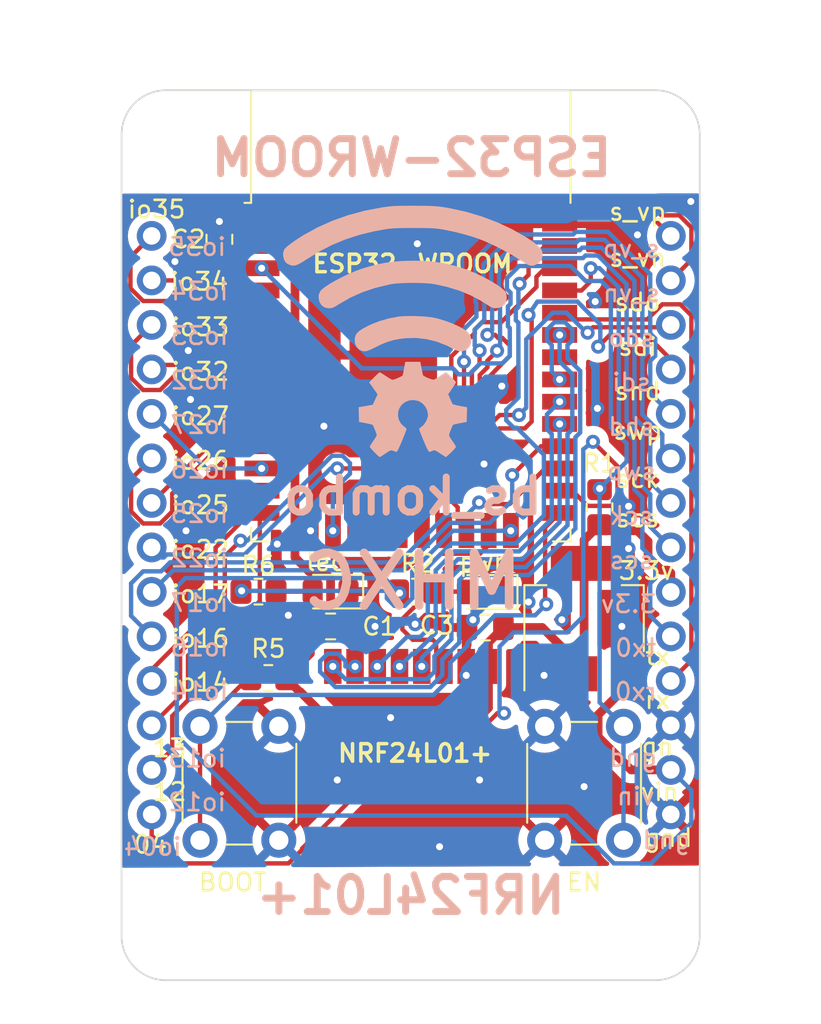
<source format=kicad_pcb>
(kicad_pcb (version 20221018) (generator pcbnew)
  (layers (0 "F.Cu" signal) (31 "B.Cu" signal) (34 "B.Paste" user) (35 "F.Paste" user) (36 "B.SilkS" user "B.Silkscreen") (37 "F.SilkS" user "F.Silkscreen") (38 "B.Mask" user) (39 "F.Mask" user) (44 "Edge.Cuts" user))
  (net 0 "")
  (net 1 "+3.3V")
  (net 2 "Net-(D2-A)")
  (net 3 "Net-(J1-Pin_2)")
  (net 4 "Net-(J2-Pin_1)")
  (net 5 "Net-(J2-Pin_2)")
  (net 6 "Net-(J2-Pin_3)")
  (net 7 "Net-(J2-Pin_4)")
  (net 8 "Net-(J2-Pin_5)")
  (net 9 "Net-(J2-Pin_6)")
  (net 10 "Net-(J2-Pin_7)")
  (net 11 "Net-(J2-Pin_8)")
  (net 12 "Net-(J3-Pin_2)")
  (net 13 "Net-(J3-Pin_3)")
  (net 14 "Net-(J4-Pin_1)")
  (net 15 "Net-(J4-Pin_2)")
  (net 16 "Net-(J4-Pin_3)")
  (net 17 "Net-(J4-Pin_4)")
  (net 18 "Net-(J4-Pin_5)")
  (net 19 "Net-(J4-Pin_6)")
  (net 20 "Net-(J4-Pin_7)")
  (net 21 "Net-(J4-Pin_8)")
  (net 22 "Net-(J4-Pin_9)")
  (net 23 "Net-(J4-Pin_10)")
  (net 24 "Net-(J4-Pin_11)")
  (net 25 "Net-(J4-Pin_12)")
  (net 26 "Net-(J4-Pin_13)")
  (net 27 "Net-(J4-Pin_14)")
  (net 28 "Net-(SW1A-D)")
  (net 29 "Net-(SW2A-D)")
  (net 30 "GND")
  (net 31 "Net-(D1-A)")
  (net 32 "Net-(U2-IO2)")
  (net 33 "Net-(U2-IO23)")
  (net 34 "Net-(U2-IO21)")
  (net 36 "Net-(U2-IO19)")
  (net 37 "Net-(U2-IO18)")
  (net 38 "Net-(U2-IO5)")
  (net 39 "Net-(U2-IO15)")
  (footprint "Capacitor_SMD:C_0805_2012Metric_Pad1.18x1.45mm_HandSolder" (layer "F.Cu") (at 127.45 86.548 180)
    (fp_text reference "C3")
    (fp_text value "10u")
  )
  (footprint "MountingHole:MountingHole_3.2mm_M3" (layer "F.Cu") (at 109.22 104.14)
    (fp_text reference "REF**" hide)
    (fp_text value "MountingHole_3.2mm_M3")
  )
  (footprint "Button_Switch_THT:SW_PUSH_6mm_H4.3mm" (layer "F.Cu") (at 130.846 98.688 90)
    (fp_text reference "SW1" hide)
    (fp_text value "SW_Push_Dual_x2")
  )
  (footprint "LED_SMD:LED_0805_2012Metric_Pad1.15x1.40mm_HandSolder" (layer "F.Cu") (at 118.618 84.5 180)
    (fp_text reference "D2" hide)
    (fp_text value "LED")
  )
  (footprint "mysensors_radios:NRF24L01-SMD" (layer "F.Cu") (at 123.19 97.47 180)
    (fp_text reference "U3" hide)
    (fp_text value "NRF24L01_Breakout")
  )
  (footprint "Connector_PinHeader_2.54mm:PinHeader_1x02_P2.54mm_Vertical" (layer "F.Cu") (at 138.049 97.216 180)
    (fp_text reference "J1" hide)
    (fp_text value "Conn_01x02" hide)
  )
  (footprint "Connector_PinHeader_2.54mm:PinHeader_1x04_P2.54mm_Vertical" (layer "F.Cu") (at 138.049 92.136 180)
    (fp_text reference "J3" hide)
    (fp_text value "Conn_01x04" hide)
  )
  (footprint "Package_TO_SOT_SMD:SOT-223-3_TabPin2" (layer "F.Cu") (at 133.096 86.04 90)
    (fp_text reference "U1" hide)
    (fp_text value "AMS1117-3.3")
  )
  (footprint "Resistor_SMD:R_0805_2012Metric_Pad1.20x1.40mm_HandSolder" (layer "F.Cu") (at 114.5 84.5)
    (fp_text reference "R6")
    (fp_text value "620")
  )
  (footprint "Resistor_SMD:R_0805_2012Metric_Pad1.20x1.40mm_HandSolder" (layer "F.Cu") (at 123.5 84.5)
    (fp_text reference "R2")
    (fp_text value "620")
  )
  (footprint "Capacitor_SMD:C_0805_2012Metric_Pad1.18x1.45mm_HandSolder" (layer "F.Cu") (at 118.618 86.487)
    (fp_text reference "C1")
    (fp_text value "100n")
  )
  (footprint "MountingHole:MountingHole_3.2mm_M3" (layer "F.Cu") (at 137.16 104.14)
    (fp_text reference "REF**" hide)
    (fp_text value "MountingHole_3.2mm_M3")
  )
  (footprint "Capacitor_SMD:C_0805_2012Metric_Pad1.18x1.45mm_HandSolder" (layer "F.Cu") (at 112.268 64.389 90)
    (fp_text reference "C2")
    (fp_text value "10u")
  )
  (footprint "Connector_PinHeader_2.54mm:PinHeader_1x08_P2.54mm_Vertical" (layer "F.Cu") (at 138.049 81.976 180)
    (fp_text reference "J2" hide)
    (fp_text value "Conn_01x08" hide)
  )
  (footprint "RF_Module:ESP32-WROOM-32" (layer "F.Cu") (at 123.199 71.755)
    (fp_text reference "U2" hide)
    (fp_text value "ESP32-WROOM-32" hide)
  )
  (footprint "Connector_PinHeader_2.54mm:PinHeader_1x14_P2.54mm_Vertical" (layer "F.Cu") (at 108.4 97.216 180)
    (fp_text reference "J4" hide)
    (fp_text value "Conn_01x14" hide)
  )
  (footprint "MountingHole:MountingHole_3.2mm_M3" (layer "F.Cu") (at 137.16 58.42)
    (fp_text reference "REF**" hide)
    (fp_text value "MountingHole_3.2mm_M3")
  )
  (footprint "LED_SMD:LED_0805_2012Metric_Pad1.15x1.40mm_HandSolder" (layer "F.Cu") (at 127.43 84.516 180)
    (fp_text reference "D1" hide)
    (fp_text value "LED")
  )
  (footprint "MountingHole:MountingHole_3.2mm_M3" (layer "F.Cu") (at 109.22 58.42)
    (fp_text reference "REF**" hide)
    (fp_text value "MountingHole_3.2mm_M3")
  )
  (footprint "Resistor_SMD:R_0805_2012Metric_Pad1.20x1.40mm_HandSolder" (layer "F.Cu") (at 115.062 89.43)
    (fp_text reference "R5")
    (fp_text value "10К")
  )
  (footprint "Resistor_SMD:R_0805_2012Metric_Pad1.20x1.40mm_HandSolder" (layer "F.Cu") (at 133.98 79.68 -90)
    (fp_text reference "R1")
    (fp_text value "10К")
  )
  (footprint "Button_Switch_THT:SW_PUSH_6mm_H4.3mm" (layer "F.Cu") (at 115.661 92.188 -90)
    (fp_text reference "SW2" hide)
    (fp_text value "SW_Push_Dual_x2")
  )
  (footprint "LOGO" (layer "B.Cu") (at 123.317 69.596 180)
    (fp_text reference "G***" hide)
    (fp_text value "LOGO" hide)
  )
  (gr_line (start 137.16 106.68) (end 109.22 106.68) (stroke (width 0.1)) (layer "Edge.Cuts"))
  (gr_arc (start 109.22 106.68) (mid 107.423949 105.936051) (end 106.68 104.14) (stroke (width 0.1)) (layer "Edge.Cuts"))
  (gr_line (start 109.22 55.88) (end 137.16 55.88) (stroke (width 0.1)) (layer "Edge.Cuts"))
  (gr_arc (start 137.16 55.88) (mid 138.956051 56.623949) (end 139.7 58.42) (stroke (width 0.1)) (layer "Edge.Cuts"))
  (gr_arc (start 139.7 104.14) (mid 138.956051 105.936051) (end 137.16 106.68) (stroke (width 0.1)) (layer "Edge.Cuts"))
  (gr_line (start 106.68 104.14) (end 106.68 58.42) (stroke (width 0.1)) (layer "Edge.Cuts"))
  (gr_arc (start 106.68 58.42) (mid 107.423949 56.623949) (end 109.22 55.88) (stroke (width 0.1)) (layer "Edge.Cuts"))
  (gr_line (start 139.7 58.42) (end 139.7 104.14) (stroke (width 0.1)) (layer "Edge.Cuts"))
  (gr_text "sdo" (at 135.795 70.009) (layer "B.SilkS") (effects (font (size 1 1)) (justify mirror)))
  (gr_text "io13" (at 110.998 94.02) (layer "B.SilkS") (effects (font (size 1 1)) (justify mirror)))
  (gr_text "io25" (at 111.125 80.06) (layer "B.SilkS") (effects (font (size 1 1)) (justify mirror)))
  (gr_text "NRF24L01+" (at 123.19 101.854) (layer "B.SilkS") (effects (font (size 2 2) (thickness 0.4)) (justify mirror)))
  (gr_text "tx0" (at 136.045 87.709) (layer "B.SilkS") (effects (font (size 1 1)) (justify mirror)))
  (gr_text "gnd" (at 137.795 98.679) (layer "B.SilkS") (effects (font (size 1 1)) (justify mirror)))
  (gr_text "scs" (at 135.795 82.709) (layer "B.SilkS") (effects (font (size 1 1)) (justify mirror)))
  (gr_text "MHXC" (at 123.317 83.93) (layer "B.SilkS") (effects (font (size 3 3) (thickness 0.5)) (justify mirror)))
  (gr_text "bs_kombo" (at 123.317 79.055) (layer "B.SilkS") (effects (font (size 2 2) (thickness 0.4)) (justify mirror)))
  (gr_text "sck" (at 135.795 80.169) (layer "B.SilkS") (effects (font (size 1 1)) (justify mirror)))
  (gr_text "sdi" (at 135.795 72.549) (layer "B.SilkS") (effects (font (size 1 1)) (justify mirror)))
  (gr_text "io34" (at 111.125 67.36) (layer "B.SilkS") (effects (font (size 1 1)) (justify mirror)))
  (gr_text "io16" (at 111.125 87.68) (layer "B.SilkS") (effects (font (size 1 1)) (justify mirror)))
  (gr_text "rx0" (at 136.045 90.209) (layer "B.SilkS") (effects (font (size 1 1)) (justify mirror)))
  (gr_text "s_vn" (at 135.795 67.469) (layer "B.SilkS") (effects (font (size 1 1)) (justify mirror)))
  (gr_text "ESP32-WROOM" (at 123.2408 59.7408) (layer "B.SilkS") (effects (font (size 2 2) (thickness 0.4)) (justify mirror)))
  (gr_text "shd" (at 135.795 75.089) (layer "B.SilkS") (effects (font (size 1 1)) (justify mirror)))
  (gr_text "io32" (at 111.125 72.44) (layer "B.SilkS") (effects (font (size 1 1)) (justify mirror)))
  (gr_text "vin" (at 136.045 96.179) (layer "B.SilkS") (effects (font (size 1 1)) (justify mirror)))
  (gr_text "io26" (at 111.125 77.52) (layer "B.SilkS") (effects (font (size 1 1)) (justify mirror)))
  (gr_text "io04" (at 108.458 99.06) (layer "B.SilkS") (effects (font (size 1 1)) (justify mirror)))
  (gr_text "io22" (at 111.125 82.6) (layer "B.SilkS") (effects (font (size 1 1)) (justify mirror)))
  (gr_text "io35" (at 110.998 64.82) (layer "B.SilkS") (effects (font (size 1 1)) (justify mirror)))
  (gr_text "io33" (at 111.125 69.9) (layer "B.SilkS") (effects (font (size 1 1)) (justify mirror)))
  (gr_text "swp" (at 135.795 77.629) (layer "B.SilkS") (effects (font (size 1 1)) (justify mirror)))
  (gr_text "io14" (at 111.125 90.18) (layer "B.SilkS") (effects (font (size 1 1)) (justify mirror)))
  (gr_text "io17" (at 111.125 85.14) (layer "B.SilkS") (effects (font (size 1 1)) (justify mirror)))
  (gr_text "io27" (at 111.125 74.98) (layer "B.SilkS") (effects (font (size 1 1)) (justify mirror)))
  (gr_text "s_vp" (at 135.795 64.929) (layer "B.SilkS") (effects (font (size 1 1)) (justify mirror)))
  (gr_text "gnd" (at 135.89 93.98) (layer "B.SilkS") (effects (font (size 1 1)) (justify mirror)))
  (gr_text "io12" (at 110.998 96.52) (layer "B.SilkS") (effects (font (size 1 1)) (justify mirror)))
  (gr_text "3.3v" (at 135.636 85.209) (layer "B.SilkS") (effects (font (size 1 1)) (justify mirror)))
  (gr_text "gnd" (at 137.922 98.552) (layer "F.SilkS") (effects (font (size 1 1))))
  (gr_text "rx" (at 137.287 90.678) (layer "F.SilkS") (effects (font (size 1 1))))
  (gr_text "tx" (at 137.287 88.18) (layer "F.SilkS") (effects (font (size 1 1))))
  (gr_text "sdo" (at 136.152 67.982) (layer "F.SilkS") (effects (font (size 1 1))))
  (gr_text "io16" (at 111.18 87.18) (layer "F.SilkS") (effects (font (size 1 1))))
  (gr_text "io35" (at 108.68 62.68) (layer "F.SilkS") (effects (font (size 1 1))))
  (gr_text "ESP32-WROOM" (at 123.2916 65.786) (layer "F.SilkS") (effects (font (size 1 1) (thickness 0.2) bold)))
  (gr_text "sdi" (at 136.152 70.522) (layer "F.SilkS") (effects (font (size 1 1))))
  (gr_text "s_vp" (at 136.152 62.812) (layer "F.SilkS") (effects (font (size 1 1))))
  (gr_text "scs" (at 136.152 80.312) (layer "F.SilkS") (effects (font (size 1 1))))
  (gr_text "io32" (at 111.18 71.94) (layer "F.SilkS") (effects (font (size 1 1))))
  (gr_text "io33" (at 111.18 69.4) (layer "F.SilkS") (effects (font (size 1 1))))
  (gr_text "io22" (at 111.18 82.1) (layer "F.SilkS") (effects (font (size 1 1))))
  (gr_text "04" (at 108.331 98.933) (layer "F.SilkS") (effects (font (size 1 1))))
  (gr_text "3.3v" (at 136.652 83.312) (layer "F.SilkS") (effects (font (size 1 1))))
  (gr_text "NRF24L01+" (at 123.444 93.726) (layer "F.SilkS") (effects (font (size 1 1) (thickness 0.2) bold)))
  (gr_text "BOOT" (at 113.03 101.092) (layer "F.SilkS") (effects (font (size 1 1))))
  (gr_text "io26" (at 111.18 77.02) (layer "F.SilkS") (effects (font (size 1 1))))
  (gr_text "pwr" (at 127.254 82.804) (layer "F.SilkS") (effects (font (size 1 1))))
  (gr_text "vin" (at 137.414 95.93) (layer "F.SilkS") (effects (font (size 1 1))))
  (gr_text "sck" (at 136.152 78.062) (layer "F.SilkS") (effects (font (size 1 1))))
  (gr_text "io25" (at 111.18 79.56) (layer "F.SilkS") (effects (font (size 1 1))))
  (gr_text "s_vn" (at 136.152 65.442) (layer "F.SilkS") (effects (font (size 1 1))))
  (gr_text "io14" (at 111.18 89.68) (layer "F.SilkS") (effects (font (size 1 1))))
  (gr_text "EN" (at 133.096 101.092) (layer "F.SilkS") (effects (font (size 1 1))))
  (gr_text "swp" (at 136.152 75.312) (layer "F.SilkS") (effects (font (size 1 1))))
  (gr_text "io34" (at 111.125 66.802) (layer "F.SilkS") (effects (font (size 1 1))))
  (gr_text "io17" (at 111.18 84.64) (layer "F.SilkS") (effects (font (size 1 1))))
  (gr_text "io27" (at 111.18 74.48) (layer "F.SilkS") (effects (font (size 1 1))))
  (gr_text "shd" (at 136.152 73.062) (layer "F.SilkS") (effects (font (size 1 1))))
  (gr_text "led" (at 118.364 82.804) (layer "F.SilkS") (effects (font (size 1 1))))
  (gr_text "13" (at 109.43 93.43) (layer "F.SilkS") (effects (font (size 1 1))))
  (gr_text "12" (at 109.43 95.93) (layer "F.SilkS") (effects (font (size 1 1))))
  (gr_text "gn" (at 137.287 93.345) (layer "F.SilkS") (effects (font (size 1 1))))
  (segment (start 128.4875 86.548) (end 130.704 86.548) (width 0.5) (layer "F.Cu") (net 1))
  (segment (start 117.4625 86.5) (end 117.4625 88.0295) (width 0.5) (layer "F.Cu") (net 1))
  (segment (start 136.749 82.514478) (end 136.749 81.631) (width 0.5) (layer "F.Cu") (net 1))
  (segment (start 136.749 81.631) (end 136.144 81.026) (width 0.5) (layer "F.Cu") (net 1))
  (segment (start 112.9245 64.77) (end 112.268 65.4265) (width 0.5) (layer "F.Cu") (net 1))
  (segment (start 133.096 89.19) (end 133.096 82.89) (width 0.5) (layer "F.Cu") (net 1))
  (segment (start 116.89 90.22) (end 119.38 92.71) (width 0.5) (layer "F.Cu") (net 1))
  (segment (start 127.635 87.4005) (end 128.4875 86.548) (width 0.5) (layer "F.Cu") (net 1))
  (segment (start 137.886 83.276) (end 137.510522 83.276) (width 0.5) (layer "F.Cu") (net 1))
  (segment (start 136.144 81.026) (end 134.326 81.026) (width 0.5) (layer "F.Cu") (net 1))
  (segment (start 133.096 81.564) (end 133.98 80.68) (width 0.5) (layer "F.Cu") (net 1))
  (segment (start 118.618 85.4495) (end 117.5805 86.487) (width 0.5) (layer "F.Cu") (net 1))
  (segment (start 126.059828 92.71) (end 127.635 91.134828) (width 0.5) (layer "F.Cu") (net 1))
  (segment (start 115.779 64.77) (end 116.586 65.577) (width 0.5) (layer "F.Cu") (net 1))
  (segment (start 116.586 65.577) (end 116.584 65.579) (width 0.5) (layer "F.Cu") (net 1))
  (segment (start 138.049 83.439) (end 137.886 83.276) (width 0.5) (layer "F.Cu") (net 1))
  (segment (start 134.326 81.026) (end 133.98 80.68) (width 0.5) (layer "F.Cu") (net 1))
  (segment (start 133.096 82.89) (end 133.096 81.564) (width 0.5) (layer "F.Cu") (net 1))
  (segment (start 138.049 84.516) (end 138.049 83.439) (width 0.5) (layer "F.Cu") (net 1))
  (segment (start 118.618 83.760051) (end 118.618 85.4495) (width 0.5) (layer "F.Cu") (net 1))
  (segment (start 114.699 64.77) (end 115.779 64.77) (width 0.5) (layer "F.Cu") (net 1))
  (segment (start 119.38 92.71) (end 126.059828 92.71) (width 0.5) (layer "F.Cu") (net 1))
  (segment (start 127.635 91.134828) (end 127.635 88.77) (width 0.5) (layer "F.Cu") (net 1))
  (segment (start 116.062 89.43) (end 116.852 90.22) (width 0.5) (layer "F.Cu") (net 1))
  (segment (start 137.510522 83.276) (end 136.749 82.514478) (width 0.5) (layer "F.Cu") (net 1))
  (segment (start 114.699 64.77) (end 112.9245 64.77) (width 0.5) (layer "F.Cu") (net 1))
  (segment (start 116.584 65.579) (end 116.584 82.548) (width 0.5) (layer "F.Cu") (net 1))
  (segment (start 116.584 82.548) (end 117.386 83.35) (width 0.5) (layer "F.Cu") (net 1))
  (segment (start 127.635 88.77) (end 127.635 87.4005) (width 0.5) (layer "F.Cu") (net 1))
  (segment (start 117.386 83.35) (end 118.207949 83.35) (width 0.5) (layer "F.Cu") (net 1))
  (segment (start 118.207949 83.35) (end 118.618 83.760051) (width 0.5) (layer "F.Cu") (net 1))
  (segment (start 117.4625 88.0295) (end 116.062 89.43) (width 0.5) (layer "F.Cu") (net 1))
  (segment (start 130.704 86.548) (end 133.096 88.94) (width 0.5) (layer "F.Cu") (net 1))
  (segment (start 133.096 88.94) (end 133.096 89.19) (width 0.5) (layer "F.Cu") (net 1))
  (segment (start 116.852 90.22) (end 116.89 90.22) (width 0.5) (layer "F.Cu") (net 1))
  (segment (start 117.593 84.5) (end 115.5 84.5) (width 0.25) (layer "F.Cu") (net 2))
  (segment (start 135.396 90.029) (end 135.396 89.19) (width 0.5) (layer "F.Cu") (net 3))
  (segment (start 133.896 92.78861) (end 133.896 91.529) (width 0.5) (layer "F.Cu") (net 3))
  (segment (start 135.78339 94.676) (end 133.896 92.78861) (width 0.5) (layer "F.Cu") (net 3))
  (segment (start 133.896 91.529) (end 135.396 90.029) (width 0.5) (layer "F.Cu") (net 3))
  (segment (start 138.049 94.676) (end 135.78339 94.676) (width 0.5) (layer "F.Cu") (net 3))
  (via (at 122.555 84.582) (size 0.8) (drill 0.4) (layers "F.Cu" "B.Cu") (net 3))
  (segment (start 136.913701 100.013) (end 139.224 97.702701) (width 0.25) (layer "B.Cu") (net 3))
  (segment (start 139.224 97.702701) (end 139.224 95.851) (width 0.25) (layer "B.Cu") (net 3))
  (segment (start 139.224 95.851) (end 138.049 94.676) (width 0.25) (layer "B.Cu") (net 3))
  (segment (start 109.836 92.736833) (end 114.381167 97.282) (width 0.25) (layer "B.Cu") (net 3))
  (segment (start 134.797167 100.013) (end 136.913701 100.013) (width 0.25) (layer "B.Cu") (net 3))
  (segment (start 110.326 83.73) (end 109.836 84.22) (width 0.25) (layer "B.Cu") (net 3))
  (segment (start 122.555 84.582) (end 121.703 83.73) (width 0.25) (layer "B.Cu") (net 3))
  (segment (start 132.066167 97.282) (end 134.797167 100.013) (width 0.25) (layer "B.Cu") (net 3))
  (segment (start 121.703 83.73) (end 110.326 83.73) (width 0.25) (layer "B.Cu") (net 3))
  (segment (start 114.381167 97.282) (end 132.066167 97.282) (width 0.25) (layer "B.Cu") (net 3))
  (segment (start 109.836 84.22) (end 109.836 92.736833) (width 0.25) (layer "B.Cu") (net 3))
  (segment (start 128.12647 70.764835) (end 127.577 71.314305) (width 0.25) (layer "F.Cu") (net 4))
  (segment (start 127.138 72.135701) (end 127.138 74.286792) (width 0.25) (layer "F.Cu") (net 4))
  (segment (start 128.12647 70.746932) (end 128.12647 70.764835) (width 0.25) (layer "F.Cu") (net 4))
  (segment (start 127.577 71.696701) (end 127.138 72.135701) (width 0.25) (layer "F.Cu") (net 4))
  (segment (start 127.138 74.286792) (end 122.564 78.860792) (width 0.25) (layer "F.Cu") (net 4))
  (segment (start 127.577 71.314305) (end 127.577 71.696701) (width 0.25) (layer "F.Cu") (net 4))
  (segment (start 122.564 78.860792) (end 122.564 81.01) (width 0.25) (layer "F.Cu") (net 4))
  (via (at 128.12647 70.746932) (size 0.8) (drill 0.4) (layers "F.Cu" "B.Cu") (net 4))
  (segment (start 133.176695 65.315) (end 133.892208 65.315) (width 0.25) (layer "B.Cu") (net 4))
  (segment (start 133.027299 65.464396) (end 133.176695 65.315) (width 0.25) (layer "B.Cu") (net 4))
  (segment (start 135.524 74.765493) (end 136.424 75.665493) (width 0.25) (layer "B.Cu") (net 4))
  (segment (start 128.444 67.621701) (end 128.238 67.415701) (width 0.25) (layer "B.Cu") (net 4))
  (segment (start 128.12647 70.746932) (end 128.298991 70.574411) (width 0.25) (layer "B.Cu") (net 4))
  (segment (start 128.972604 65.464396) (end 133.027299 65.464396) (width 0.25) (layer "B.Cu") (net 4))
  (segment (start 133.892208 65.315) (end 135.524 66.946792) (width 0.25) (layer "B.Cu") (net 4))
  (segment (start 128.296 68.033903) (end 128.444 67.885903) (width 0.25) (layer "B.Cu") (net 4))
  (segment (start 128.296 69.541721) (end 128.296 68.033903) (width 0.25) (layer "B.Cu") (net 4))
  (segment (start 136.874 78.949299) (end 136.874 80.801) (width 0.25) (layer "B.Cu") (net 4))
  (segment (start 135.524 66.946792) (end 135.524 74.765493) (width 0.25) (layer "B.Cu") (net 4))
  (segment (start 128.238 67.415701) (end 128.238 66.199) (width 0.25) (layer "B.Cu") (net 4))
  (segment (start 136.424 75.665493) (end 136.424 78.499299) (width 0.25) (layer "B.Cu") (net 4))
  (segment (start 128.238 66.199) (end 128.972604 65.464396) (width 0.25) (layer "B.Cu") (net 4))
  (segment (start 128.444 67.885903) (end 128.444 67.621701) (width 0.25) (layer "B.Cu") (net 4))
  (segment (start 128.298991 70.574411) (end 128.298991 69.544712) (width 0.25) (layer "B.Cu") (net 4))
  (segment (start 128.298991 69.544712) (end 128.296 69.541721) (width 0.25) (layer "B.Cu") (net 4))
  (segment (start 136.424 78.499299) (end 136.874 78.949299) (width 0.25) (layer "B.Cu") (net 4))
  (segment (start 136.874 80.801) (end 138.049 81.976) (width 0.25) (layer "B.Cu") (net 4))
  (segment (start 123.834 78.227188) (end 123.834 81.01) (width 0.25) (layer "F.Cu") (net 5))
  (segment (start 128.426775 70.021932) (end 128.85147 70.446627) (width 0.25) (layer "F.Cu") (net 5))
  (segment (start 128.187932 70.021932) (end 128.426775 70.021932) (width 0.25) (layer "F.Cu") (net 5))
  (segment (start 128.011017 69.845017) (end 128.187932 70.021932) (width 0.25) (layer "F.Cu") (net 5))
  (segment (start 127.588 74.473188) (end 123.834 78.227188) (width 0.25) (layer "F.Cu") (net 5))
  (segment (start 128.027 71.883097) (end 127.588 72.322097) (width 0.25) (layer "F.Cu") (net 5))
  (segment (start 128.027 71.871707) (end 128.027 71.883097) (width 0.25) (layer "F.Cu") (net 5))
  (segment (start 127.588 72.322097) (end 127.588 74.473188) (width 0.25) (layer "F.Cu") (net 5))
  (segment (start 127.573991 69.845017) (end 128.011017 69.845017) (width 0.25) (layer "F.Cu") (net 5))
  (segment (start 128.85147 71.047237) (end 128.027 71.871707) (width 0.25) (layer "F.Cu") (net 5))
  (segment (start 128.85147 70.446627) (end 128.85147 71.047237) (width 0.25) (layer "F.Cu") (net 5))
  (via (at 127.573991 69.845017) (size 0.8) (drill 0.4) (layers "F.Cu" "B.Cu") (net 5))
  (segment (start 127.788 66.012604) (end 128.786208 65.014396) (width 0.25) (layer "B.Cu") (net 5))
  (segment (start 134.078604 64.865) (end 135.974 66.760396) (width 0.25) (layer "B.Cu") (net 5))
  (segment (start 135.974 74.579097) (end 136.874 75.479097) (width 0.25) (layer "B.Cu") (net 5))
  (segment (start 135.974 66.760396) (end 135.974 74.579097) (width 0.25) (layer "B.Cu") (net 5))
  (segment (start 127.788 67.602097) (end 127.788 66.012604) (width 0.25) (layer "B.Cu") (net 5))
  (segment (start 127.846 69.573008) (end 127.846 67.660097) (width 0.25) (layer "B.Cu") (net 5))
  (segment (start 127.573991 69.845017) (end 127.846 69.573008) (width 0.25) (layer "B.Cu") (net 5))
  (segment (start 128.786208 65.014396) (end 132.840903 65.014396) (width 0.25) (layer "B.Cu") (net 5))
  (segment (start 136.874 78.261) (end 138.049 79.436) (width 0.25) (layer "B.Cu") (net 5))
  (segment (start 127.846 67.660097) (end 127.788 67.602097) (width 0.25) (layer "B.Cu") (net 5))
  (segment (start 132.990299 64.865) (end 134.078604 64.865) (width 0.25) (layer "B.Cu") (net 5))
  (segment (start 136.874 75.479097) (end 136.874 78.261) (width 0.25) (layer "B.Cu") (net 5))
  (segment (start 132.840903 65.014396) (end 132.990299 64.865) (width 0.25) (layer "B.Cu") (net 5))
  (segment (start 126.688 71.949305) (end 126.688 74.100396) (width 0.25) (layer "F.Cu") (net 6))
  (segment (start 121.294 79.494396) (end 121.294 81.01) (width 0.25) (layer "F.Cu") (net 6))
  (segment (start 127.127 70.739) (end 127.127 71.510305) (width 0.25) (layer "F.Cu") (net 6))
  (segment (start 127.127 71.510305) (end 126.688 71.949305) (width 0.25) (layer "F.Cu") (net 6))
  (segment (start 126.688 74.100396) (end 121.294 79.494396) (width 0.25) (layer "F.Cu") (net 6))
  (via (at 127.127 70.739) (size 0.8) (drill 0.4) (layers "F.Cu" "B.Cu") (net 6))
  (segment (start 136.71 70.235097) (end 136.424 69.949097) (width 0.25) (layer "B.Cu") (net 6))
  (segment (start 134.265 64.415) (end 132.803903 64.415) (width 0.25) (layer "B.Cu") (net 6))
  (segment (start 136.424 71.142903) (end 136.71 70.856903) (width 0.25) (layer "B.Cu") (net 6))
  (segment (start 127.396 67.846493) (end 127.396 68.997703) (width 0.25) (layer "B.Cu") (net 6))
  (segment (start 128.599812 64.564396) (end 127.338 65.826208) (width 0.25) (layer "B.Cu") (net 6))
  (segment (start 126.848991 70.460991) (end 127.127 70.739) (width 0.25) (layer "B.Cu") (net 6))
  (segment (start 136.71 70.856903) (end 136.71 70.235097) (width 0.25) (layer "B.Cu") (net 6))
  (segment (start 137.562299 76.409299) (end 137.562299 75.531) (width 0.25) (layer "B.Cu") (net 6))
  (segment (start 137.562299 75.531) (end 136.424 74.392701) (width 0.25) (layer "B.Cu") (net 6))
  (segment (start 132.654507 64.564396) (end 128.599812 64.564396) (width 0.25) (layer "B.Cu") (net 6))
  (segment (start 136.424 74.392701) (end 136.424 71.142903) (width 0.25) (layer "B.Cu") (net 6))
  (segment (start 126.848991 69.544712) (end 126.848991 70.460991) (width 0.25) (layer "B.Cu") (net 6))
  (segment (start 127.338 65.826208) (end 127.338 67.788493) (width 0.25) (layer "B.Cu") (net 6))
  (segment (start 127.338 67.788493) (end 127.396 67.846493) (width 0.25) (layer "B.Cu") (net 6))
  (segment (start 136.424 66.574) (end 134.265 64.415) (width 0.25) (layer "B.Cu") (net 6))
  (segment (start 138.049 76.896) (end 137.562299 76.409299) (width 0.25) (layer "B.Cu") (net 6))
  (segment (start 127.396 68.997703) (end 126.848991 69.544712) (width 0.25) (layer "B.Cu") (net 6))
  (segment (start 136.424 69.949097) (end 136.424 66.574) (width 0.25) (layer "B.Cu") (net 6))
  (segment (start 132.803903 64.415) (end 132.654507 64.564396) (width 0.25) (layer "B.Cu") (net 6))
  (segment (start 120.024 80.128) (end 120.024 81.01) (width 0.25) (layer "F.Cu") (net 7))
  (segment (start 126.238 71.374) (end 126.238 73.914) (width 0.25) (layer "F.Cu") (net 7))
  (segment (start 126.238 73.914) (end 120.024 80.128) (width 0.25) (layer "F.Cu") (net 7))
  (via (at 126.238 71.374) (size 0.8) (drill 0.4) (layers "F.Cu" "B.Cu") (net 7))
  (segment (start 138.049 74.356) (end 136.874 73.181) (width 0.25) (layer "B.Cu") (net 7))
  (segment (start 126.946 68.032889) (end 126.946 68.811307) (width 0.25) (layer "B.Cu") (net 7))
  (segment (start 137.16 71.043299) (end 137.16 70.048701) (width 0.25) (layer "B.Cu") (net 7))
  (segment (start 134.464889 63.965) (end 132.617507 63.965) (width 0.25) (layer "B.Cu") (net 7))
  (segment (start 126.888 65.517) (end 126.888 67.974889) (width 0.25) (layer "B.Cu") (net 7))
  (segment (start 128.290604 64.114396) (end 126.888 65.517) (width 0.25) (layer "B.Cu") (net 7))
  (segment (start 132.468111 64.114396) (end 128.290604 64.114396) (width 0.25) (layer "B.Cu") (net 7))
  (segment (start 136.874 73.181) (end 136.874 71.329299) (width 0.25) (layer "B.Cu") (net 7))
  (segment (start 137.16 70.048701) (end 136.874 69.762701) (width 0.25) (layer "B.Cu") (net 7))
  (segment (start 136.874 71.329299) (end 137.16 71.043299) (width 0.25) (layer "B.Cu") (net 7))
  (segment (start 126.946 68.811307) (end 126.238 69.519307) (width 0.25) (layer "B.Cu") (net 7))
  (segment (start 136.874 66.374111) (end 134.464889 63.965) (width 0.25) (layer "B.Cu") (net 7))
  (segment (start 136.874 69.762701) (end 136.874 66.374111) (width 0.25) (layer "B.Cu") (net 7))
  (segment (start 126.238 69.519307) (end 126.238 71.374) (width 0.25) (layer "B.Cu") (net 7))
  (segment (start 132.617507 63.965) (end 132.468111 64.114396) (width 0.25) (layer "B.Cu") (net 7))
  (segment (start 126.888 67.974889) (end 126.946 68.032889) (width 0.25) (layer "B.Cu") (net 7))
  (segment (start 138.049 71.247) (end 138.049 71.816) (width 0.25) (layer "F.Cu") (net 8))
  (segment (start 130.1005 68.8865) (end 130.1005 74.794195) (width 0.25) (layer "F.Cu") (net 8))
  (segment (start 134.554775 69.861) (end 136.663 69.861) (width 0.25) (layer "F.Cu") (net 8))
  (segment (start 129.710695 75.184) (end 128.260695 75.184) (width 0.25) (layer "F.Cu") (net 8))
  (segment (start 136.663 69.861) (end 138.049 71.247) (width 0.25) (layer "F.Cu") (net 8))
  (segment (start 125.349 78.095695) (end 125.349 79.155) (width 0.25) (layer "F.Cu") (net 8))
  (segment (start 125.879 79.685) (end 125.879 80.515) (width 0.25) (layer "F.Cu") (net 8))
  (segment (start 125.349 79.155) (end 125.879 79.685) (width 0.25) (layer "F.Cu") (net 8))
  (segment (start 128.260695 75.184) (end 125.349 78.095695) (width 0.25) (layer "F.Cu") (net 8))
  (segment (start 125.879 80.515) (end 126.374 81.01) (width 0.25) (layer "F.Cu") (net 8))
  (segment (start 130.1005 74.794195) (end 129.710695 75.184) (width 0.25) (layer "F.Cu") (net 8))
  (segment (start 129.921 68.707) (end 130.1005 68.8865) (width 0.25) (layer "F.Cu") (net 8))
  (segment (start 133.8995 70.516275) (end 134.554775 69.861) (width 0.25) (layer "F.Cu") (net 8))
  (via (at 133.8995 70.516275) (size 0.8) (drill 0.4) (layers "F.Cu" "B.Cu") (net 8))
  (via (at 129.921 68.707) (size 0.8) (drill 0.4) (layers "F.Cu" "B.Cu") (net 8))
  (segment (start 133.006 68.245305) (end 133.006 68.236) (width 0.25) (layer "B.Cu") (net 8))
  (segment (start 134.023502 70.392273) (end 134.023502 69.253502) (width 0.25) (layer "B.Cu") (net 8))
  (segment (start 133.8995 70.516275) (end 134.023502 70.392273) (width 0.25) (layer "B.Cu") (net 8))
  (segment (start 133.006 68.236) (end 132.715 67.945) (width 0.25) (layer "B.Cu") (net 8))
  (segment (start 133.44 68.67) (end 133.430695 68.67) (width 0.25) (layer "B.Cu") (net 8))
  (segment (start 133.430695 68.67) (end 133.006 68.245305) (width 0.25) (layer "B.Cu") (net 8))
  (segment (start 134.023502 69.253502) (end 133.44 68.67) (width 0.25) (layer "B.Cu") (net 8))
  (segment (start 132.715 67.945) (end 130.429 67.945) (width 0.25) (layer "B.Cu") (net 8))
  (segment (start 130.429 67.945) (end 129.921 68.707) (width 0.25) (layer "B.Cu") (net 8))
  (segment (start 137.914 69.411) (end 138.049 69.276) (width 0.25) (layer "F.Cu") (net 9))
  (segment (start 133.298502 69.71765) (end 133.605152 69.411) (width 0.25) (layer "F.Cu") (net 9))
  (segment (start 128.277278 74.420306) (end 124.714 77.983584) (width 0.25) (layer "F.Cu") (net 9))
  (segment (start 124.714 77.983584) (end 124.714 80.62) (width 0.25) (layer "F.Cu") (net 9))
  (segment (start 133.605152 69.411) (end 137.914 69.411) (width 0.25) (layer "F.Cu") (net 9))
  (segment (start 129.3755 74.420306) (end 128.277278 74.420306) (width 0.25) (layer "F.Cu") (net 9))
  (segment (start 124.714 80.62) (end 125.104 81.01) (width 0.25) (layer "F.Cu") (net 9))
  (via (at 133.298502 69.71765) (size 0.8) (drill 0.4) (layers "F.Cu" "B.Cu") (net 9))
  (via (at 129.3755 74.420306) (size 0.8) (drill 0.4) (layers "F.Cu" "B.Cu") (net 9))
  (segment (start 131.307299 68.58) (end 129.794 70.093299) (width 0.25) (layer "B.Cu") (net 9))
  (segment (start 133.228351 69.71765) (end 132.090701 68.58) (width 0.25) (layer "B.Cu") (net 9))
  (segment (start 132.090701 68.58) (end 131.307299 68.58) (width 0.25) (layer "B.Cu") (net 9))
  (segment (start 129.794 70.093299) (end 129.794 74.001806) (width 0.25) (layer "B.Cu") (net 9))
  (segment (start 133.298502 69.71765) (end 133.228351 69.71765) (width 0.25) (layer "B.Cu") (net 9))
  (segment (start 129.794 74.001806) (end 129.3755 74.420306) (width 0.25) (layer "B.Cu") (net 9))
  (segment (start 139.224 63.709299) (end 139.224 65.561) (width 0.25) (layer "F.Cu") (net 10))
  (segment (start 136.764396 62.275) (end 137.510396 63.021) (width 0.25) (layer "F.Cu") (net 10))
  (segment (start 130.187604 62.288) (end 130.200604 62.275) (width 0.25) (layer "F.Cu") (net 10))
  (segment (start 110.744 62.357) (end 111.112 61.989) (width 0.25) (layer "F.Cu") (net 10))
  (segment (start 130.200604 62.275) (end 136.764396 62.275) (width 0.25) (layer "F.Cu") (net 10))
  (segment (start 116.210396 62.288) (end 130.187604 62.288) (width 0.25) (layer "F.Cu") (net 10))
  (segment (start 137.510396 63.021) (end 138.535701 63.021) (width 0.25) (layer "F.Cu") (net 10))
  (segment (start 111.112 61.989) (end 115.911396 61.989) (width 0.25) (layer "F.Cu") (net 10))
  (segment (start 115.911396 61.989) (end 116.210396 62.288) (width 0.25) (layer "F.Cu") (net 10))
  (segment (start 114.699 68.58) (end 112.141 68.58) (width 0.25) (layer "F.Cu") (net 10))
  (segment (start 112.141 68.58) (end 110.744 67.183) (width 0.25) (layer "F.Cu") (net 10))
  (segment (start 110.744 67.183) (end 110.744 62.357) (width 0.25) (layer "F.Cu") (net 10))
  (segment (start 139.224 65.561) (end 138.049 66.736) (width 0.25) (layer "F.Cu") (net 10))
  (segment (start 138.535701 63.021) (end 139.224 63.709299) (width 0.25) (layer "F.Cu") (net 10))
  (segment (start 136.578 62.725) (end 130.387 62.725) (width 0.25) (layer "F.Cu") (net 11))
  (segment (start 130.374 62.738) (end 116.024 62.738) (width 0.25) (layer "F.Cu") (net 11))
  (segment (start 116.024 62.738) (end 115.725 62.439) (width 0.25) (layer "F.Cu") (net 11))
  (segment (start 111.633 67.31) (end 114.699 67.31) (width 0.25) (layer "F.Cu") (net 11))
  (segment (start 115.725 62.439) (end 111.298396 62.439) (width 0.25) (layer "F.Cu") (net 11))
  (segment (start 111.194 62.543396) (end 111.194 66.871) (width 0.25) (layer "F.Cu") (net 11))
  (segment (start 138.049 64.196) (end 136.578 62.725) (width 0.25) (layer "F.Cu") (net 11))
  (segment (start 111.194 66.871) (end 111.633 67.31) (width 0.25) (layer "F.Cu") (net 11))
  (segment (start 111.298396 62.439) (end 111.194 62.543396) (width 0.25) (layer "F.Cu") (net 11))
  (segment (start 130.387 62.725) (end 130.374 62.738) (width 0.25) (layer "F.Cu") (net 11))
  (segment (start 138.586 68.101) (end 137.562299 68.101) (width 0.25) (layer "F.Cu") (net 12))
  (segment (start 132.08 68.961) (end 131.699 68.58) (width 0.25) (layer "F.Cu") (net 12))
  (segment (start 137.562299 68.101) (end 136.702299 68.961) (width 0.25) (layer "F.Cu") (net 12))
  (segment (start 139.224 88.421) (end 139.224 68.739) (width 0.25) (layer "F.Cu") (net 12))
  (segment (start 136.702299 68.961) (end 132.08 68.961) (width 0.25) (layer "F.Cu") (net 12))
  (segment (start 138.049 89.596) (end 139.224 88.421) (width 0.25) (layer "F.Cu") (net 12))
  (segment (start 139.224 68.739) (end 138.586 68.101) (width 0.25) (layer "F.Cu") (net 12))
  (segment (start 133.477 66.782) (end 133.477 66.04) (width 0.25) (layer "F.Cu") (net 13))
  (segment (start 132.949 67.31) (end 133.477 66.782) (width 0.25) (layer "F.Cu") (net 13))
  (segment (start 131.699 67.31) (end 132.949 67.31) (width 0.25) (layer "F.Cu") (net 13))
  (via (at 133.477 66.04) (size 0.8) (drill 0.4) (layers "F.Cu" "B.Cu") (net 13))
  (segment (start 135.974 78.685695) (end 136.424 79.135695) (width 0.25) (layer "B.Cu") (net 13))
  (segment (start 136.424 82.012701) (end 137.16 82.748701) (width 0.25) (layer "B.Cu") (net 13))
  (segment (start 135.974 75.851889) (end 135.974 78.685695) (width 0.25) (layer "B.Cu") (net 13))
  (segment (start 135.074 74.951889) (end 135.974 75.851889) (width 0.25) (layer "B.Cu") (net 13))
  (segment (start 133.980812 66.04) (end 135.074 67.133188) (width 0.25) (layer "B.Cu") (net 13))
  (segment (start 136.874 85.881) (end 138.049 87.056) (width 0.25) (layer "B.Cu") (net 13))
  (segment (start 135.074 67.133188) (end 135.074 74.951889) (width 0.25) (layer "B.Cu") (net 13))
  (segment (start 133.477 66.04) (end 133.980812 66.04) (width 0.25) (layer "B.Cu") (net 13))
  (segment (start 137.16 82.748701) (end 137.16 83.743299) (width 0.25) (layer "B.Cu") (net 13))
  (segment (start 137.16 83.743299) (end 136.874 84.029299) (width 0.25) (layer "B.Cu") (net 13))
  (segment (start 136.424 79.135695) (end 136.424 82.012701) (width 0.25) (layer "B.Cu") (net 13))
  (segment (start 136.874 84.029299) (end 136.874 85.881) (width 0.25) (layer "B.Cu") (net 13))
  (segment (start 132.426827 78.74) (end 131.699 78.74) (width 0.25) (layer "F.Cu") (net 14))
  (segment (start 133.604 75.946) (end 135.005 77.347) (width 0.25) (layer "F.Cu") (net 14))
  (segment (start 108.4 98.418081) (end 108.4 97.216) (width 0.25) (layer "F.Cu") (net 14))
  (segment (start 128.143001 91.44) (end 126.298 93.285) (width 0.25) (layer "F.Cu") (net 14))
  (segment (start 122.869 93.285) (end 116.986 99.168) (width 0.25) (layer "F.Cu") (net 14))
  (segment (start 134.668173 79.605) (end 133.291827 79.605) (width 0.25) (layer "F.Cu") (net 14))
  (segment (start 133.291827 79.605) (end 132.426827 78.74) (width 0.25) (layer "F.Cu") (net 14))
  (segment (start 135.005 77.347) (end 135.005 79.268173) (width 0.25) (layer "F.Cu") (net 14))
  (segment (start 116.986 99.236833) (end 116.209833 100.013) (width 0.25) (layer "F.Cu") (net 14))
  (segment (start 109.994919 100.013) (end 108.4 98.418081) (width 0.25) (layer "F.Cu") (net 14))
  (segment (start 128.524 91.44) (end 128.143001 91.44) (width 0.25) (layer "F.Cu") (net 14))
  (segment (start 135.005 79.268173) (end 134.668173 79.605) (width 0.25) (layer "F.Cu") (net 14))
  (segment (start 116.209833 100.013) (end 109.994919 100.013) (width 0.25) (layer "F.Cu") (net 14))
  (segment (start 116.986 99.168) (end 116.986 99.236833) (width 0.25) (layer "F.Cu") (net 14))
  (segment (start 126.298 93.285) (end 122.869 93.285) (width 0.25) (layer "F.Cu") (net 14))
  (via (at 133.604 75.946) (size 0.8) (drill 0.4) (layers "F.Cu" "B.Cu") (net 14))
  (via (at 128.524 91.44) (size 0.8) (drill 0.4) (layers "F.Cu" "B.Cu") (net 14))
  (segment (start 132.126305 86.831) (end 133.049 85.908305) (width 0.25) (layer "B.Cu") (net 14))
  (segment (start 129.069 86.831) (end 132.126305 86.831) (width 0.25) (layer "B.Cu") (net 14))
  (segment (start 133.049 85.908305) (end 133.049 76.374) (width 0.25) (layer "B.Cu") (net 14))
  (segment (start 128.27 91.186) (end 128.27 87.63) (width 0.25) (layer "B.Cu") (net 14))
  (segment (start 128.27 87.63) (end 129.069 86.831) (width 0.25) (layer "B.Cu") (net 14))
  (segment (start 133.049 76.374) (end 133.604 75.946) (width 0.25) (layer "B.Cu") (net 14))
  (segment (start 128.524 91.44) (end 128.27 91.186) (width 0.25) (layer "B.Cu") (net 14))
  (segment (start 113.103 85.525) (end 110.475 88.153) (width 0.25) (layer "F.Cu") (net 15))
  (segment (start 114.575 85.038173) (end 114.088173 85.525) (width 0.25) (layer "F.Cu") (net 15))
  (segment (start 114.088173 85.525) (end 113.103 85.525) (width 0.25) (layer "F.Cu") (net 15))
  (segment (start 110.475 88.153) (end 110.475 90.697396) (width 0.25) (layer "F.Cu") (net 15))
  (segment (start 114.575 80.134) (end 114.575 85.038173) (width 0.25) (layer "F.Cu") (net 15))
  (segment (start 110.475 90.697396) (end 109.575 91.597396) (width 0.25) (layer "F.Cu") (net 15))
  (segment (start 109.575 91.597396) (end 109.575 93.501) (width 0.25) (layer "F.Cu") (net 15))
  (segment (start 109.575 93.501) (end 108.4 94.676) (width 0.25) (layer "F.Cu") (net 15))
  (segment (start 114.699 80.01) (end 114.575 80.134) (width 0.25) (layer "F.Cu") (net 15))
  (segment (start 112.575 82.488402) (end 112.575 85.416604) (width 0.25) (layer "F.Cu") (net 16))
  (segment (start 110.025 90.511) (end 108.4 92.136) (width 0.25) (layer "F.Cu") (net 16))
  (segment (start 112.575 85.416604) (end 110.025 87.966604) (width 0.25) (layer "F.Cu") (net 16))
  (segment (start 113.472951 81.590451) (end 112.575 82.488402) (width 0.25) (layer "F.Cu") (net 16))
  (segment (start 110.025 87.966604) (end 110.025 90.511) (width 0.25) (layer "F.Cu") (net 16))
  (via (at 118.745 81.026) (size 0.8) (drill 0.4) (layers "F.Cu" "B.Cu") (net 16))
  (via (at 113.472951 81.590451) (size 0.8) (drill 0.4) (layers "F.Cu" "B.Cu") (net 16))
  (segment (start 118.881305 78.613) (end 118.872 78.613) (width 0.25) (layer "B.Cu") (net 16))
  (segment (start 118.745 78.74) (end 118.745 81.026) (width 0.25) (layer "B.Cu") (net 16))
  (segment (start 119.299305 76.745) (end 119.724 77.169695) (width 0.25) (layer "B.Cu") (net 16))
  (segment (start 118.698695 76.745) (end 119.299305 76.745) (width 0.25) (layer "B.Cu") (net 16))
  (segment (start 113.472951 81.590451) (end 113.861153 81.590451) (width 0.25) (layer "B.Cu") (net 16))
  (segment (start 113.861153 81.590451) (end 118.274 77.177604) (width 0.25) (layer "B.Cu") (net 16))
  (segment (start 119.724 77.169695) (end 119.724 77.770305) (width 0.25) (layer "B.Cu") (net 16))
  (segment (start 118.274 77.169695) (end 118.698695 76.745) (width 0.25) (layer "B.Cu") (net 16))
  (segment (start 118.872 78.613) (end 118.745 78.74) (width 0.25) (layer "B.Cu") (net 16))
  (segment (start 118.274 77.177604) (end 118.274 77.169695) (width 0.25) (layer "B.Cu") (net 16))
  (segment (start 119.724 77.770305) (end 118.881305 78.613) (width 0.25) (layer "B.Cu") (net 16))
  (segment (start 113.869 78.74) (end 113.374 79.235) (width 0.25) (layer "F.Cu") (net 17))
  (segment (start 112.051 85.304208) (end 108.4 88.955208) (width 0.25) (layer "F.Cu") (net 17))
  (segment (start 113.374 79.235) (end 113.374 80.664097) (width 0.25) (layer "F.Cu") (net 17))
  (segment (start 108.4 88.955208) (end 108.4 89.596) (width 0.25) (layer "F.Cu") (net 17))
  (segment (start 114.699 78.74) (end 113.869 78.74) (width 0.25) (layer "F.Cu") (net 17))
  (segment (start 113.374 80.664097) (end 112.051 81.987097) (width 0.25) (layer "F.Cu") (net 17))
  (segment (start 112.051 81.987097) (end 112.051 85.304208) (width 0.25) (layer "F.Cu") (net 17))
  (segment (start 127.0985 79.413268) (end 127.187232 79.502) (width 0.25) (layer "F.Cu") (net 18))
  (segment (start 127.187232 79.502) (end 128.837 79.502) (width 0.25) (layer "F.Cu") (net 18))
  (segment (start 128.837 79.502) (end 130.869 77.47) (width 0.25) (layer "F.Cu") (net 18))
  (segment (start 130.869 77.47) (end 131.699 77.47) (width 0.25) (layer "F.Cu") (net 18))
  (via (at 127.0985 79.413268) (size 0.8) (drill 0.4) (layers "F.Cu" "B.Cu") (net 18))
  (segment (start 107.225 85.881) (end 108.4 87.056) (width 0.25) (layer "B.Cu") (net 18))
  (segment (start 122.527604 82.83) (end 109.449604 82.83) (width 0.25) (layer "B.Cu") (net 18))
  (segment (start 109.449604 82.83) (end 108.938604 83.341) (width 0.25) (layer "B.Cu") (net 18))
  (segment (start 125.231604 80.126) (end 122.527604 82.83) (width 0.25) (layer "B.Cu") (net 18))
  (segment (start 107.225 84.029299) (end 107.225 85.881) (width 0.25) (layer "B.Cu") (net 18))
  (segment (start 107.913299 83.341) (end 107.225 84.029299) (width 0.25) (layer "B.Cu") (net 18))
  (segment (start 127.0985 79.413268) (end 126.385768 80.126) (width 0.25) (layer "B.Cu") (net 18))
  (segment (start 126.385768 80.126) (end 125.231604 80.126) (width 0.25) (layer "B.Cu") (net 18))
  (segment (start 108.938604 83.341) (end 107.913299 83.341) (width 0.25) (layer "B.Cu") (net 18))
  (segment (start 130.642549 76.2) (end 131.699 76.2) (width 0.25) (layer "F.Cu") (net 19))
  (segment (start 128.991549 77.851) (end 130.642549 76.2) (width 0.25) (layer "F.Cu") (net 19))
  (via (at 128.991549 77.851) (size 0.8) (drill 0.4) (layers "F.Cu" "B.Cu") (net 19))
  (segment (start 125.418 80.576) (end 122.83 83.164) (width 0.25) (layer "B.Cu") (net 19))
  (segment (start 122.83 83.164) (end 122.83 83.28) (width 0.25) (layer "B.Cu") (net 19))
  (segment (start 128.991549 77.851) (end 128.991549 79.288451) (width 0.25) (layer "B.Cu") (net 19))
  (segment (start 128.991549 79.288451) (end 127.704 80.576) (width 0.25) (layer "B.Cu") (net 19))
  (segment (start 109.636 83.28) (end 108.4 84.516) (width 0.25) (layer "B.Cu") (net 19))
  (segment (start 122.83 83.28) (end 109.636 83.28) (width 0.25) (layer "B.Cu") (net 19))
  (segment (start 127.704 80.576) (end 125.418 80.576) (width 0.25) (layer "B.Cu") (net 19))
  (segment (start 125.937695 70.649) (end 125.947 70.649) (width 0.25) (layer "F.Cu") (net 20))
  (segment (start 118.999 77.47) (end 122.045604 77.47) (width 0.25) (layer "F.Cu") (net 20))
  (segment (start 125.513 71.674305) (end 125.513 71.073695) (width 0.25) (layer "F.Cu") (net 20))
  (segment (start 125.73 71.891305) (end 125.513 71.674305) (width 0.25) (layer "F.Cu") (net 20))
  (segment (start 125.73 73.785604) (end 125.73 71.891305) (width 0.25) (layer "F.Cu") (net 20))
  (segment (start 126.848991 69.544712) (end 127.273686 69.120017) (width 0.25) (layer "F.Cu") (net 20))
  (segment (start 125.947 70.649) (end 126.848991 69.747009) (width 0.25) (layer "F.Cu") (net 20))
  (segment (start 125.513 71.073695) (end 125.937695 70.649) (width 0.25) (layer "F.Cu") (net 20))
  (segment (start 130.869 66.04) (end 131.699 66.04) (width 0.25) (layer "F.Cu") (net 20))
  (segment (start 126.848991 69.747009) (end 126.848991 69.544712) (width 0.25) (layer "F.Cu") (net 20))
  (segment (start 122.045604 77.47) (end 125.73 73.785604) (width 0.25) (layer "F.Cu") (net 20))
  (segment (start 130.374 66.535) (end 130.869 66.04) (width 0.25) (layer "F.Cu") (net 20))
  (segment (start 127.273686 69.120017) (end 128.364983 69.120017) (width 0.25) (layer "F.Cu") (net 20))
  (segment (start 128.364983 69.120017) (end 130.374 67.111) (width 0.25) (layer "F.Cu") (net 20))
  (segment (start 130.374 67.111) (end 130.374 66.535) (width 0.25) (layer "F.Cu") (net 20))
  (via (at 118.999 77.47) (size 0.8) (drill 0.4) (layers "F.Cu" "B.Cu") (net 20))
  (segment (start 118.999 77.47) (end 118.618 77.47) (width 0.25) (layer "B.Cu") (net 20))
  (segment (start 108.974 82.55) (end 108.4 81.976) (width 0.25) (layer "B.Cu") (net 20))
  (segment (start 118.618 77.47) (end 113.708 82.38) (width 0.25) (layer "B.Cu") (net 20))
  (segment (start 109.263208 82.38) (end 109.093208 82.55) (width 0.25) (layer "B.Cu") (net 20))
  (segment (start 113.708 82.38) (end 109.263208 82.38) (width 0.25) (layer "B.Cu") (net 20))
  (segment (start 109.093208 82.55) (end 108.974 82.55) (width 0.25) (layer "B.Cu") (net 20))
  (segment (start 114.699 74.93) (end 112.906 74.93) (width 0.25) (layer "F.Cu") (net 21))
  (segment (start 112.906 74.93) (end 108.4 79.436) (width 0.25) (layer "F.Cu") (net 21))
  (segment (start 107.913299 80.611) (end 107.225 79.922701) (width 0.25) (layer "F.Cu") (net 22))
  (segment (start 109.575 78.897396) (end 109.575 79.922701) (width 0.25) (layer "F.Cu") (net 22))
  (segment (start 109.575 79.922701) (end 108.886701 80.611) (width 0.25) (layer "F.Cu") (net 22))
  (segment (start 107.225 79.922701) (end 107.225 78.071) (width 0.25) (layer "F.Cu") (net 22))
  (segment (start 108.886701 80.611) (end 107.913299 80.611) (width 0.25) (layer "F.Cu") (net 22))
  (segment (start 112.272396 76.2) (end 109.575 78.897396) (width 0.25) (layer "F.Cu") (net 22))
  (segment (start 107.225 78.071) (end 108.4 76.896) (width 0.25) (layer "F.Cu") (net 22))
  (segment (start 114.699 76.2) (end 112.272396 76.2) (width 0.25) (layer "F.Cu") (net 22))
  (via (at 114.681 77.47) (size 0.8) (drill 0.4) (layers "F.Cu" "B.Cu") (net 23))
  (segment (start 111.514 77.47) (end 108.4 74.356) (width 0.25) (layer "B.Cu") (net 23))
  (segment (start 114.681 77.47) (end 111.514 77.47) (width 0.25) (layer "B.Cu") (net 23))
  (segment (start 114.699 72.39) (end 113.157 72.39) (width 0.25) (layer "F.Cu") (net 24))
  (segment (start 112.326 71.559) (end 108.657 71.559) (width 0.25) (layer "F.Cu") (net 24))
  (segment (start 113.157 72.39) (end 112.326 71.559) (width 0.25) (layer "F.Cu") (net 24))
  (segment (start 108.657 71.559) (end 108.4 71.816) (width 0.25) (layer "F.Cu") (net 24))
  (segment (start 107.225 72.302701) (end 107.225 70.451) (width 0.25) (layer "F.Cu") (net 25))
  (segment (start 107.225 70.451) (end 108.4 69.276) (width 0.25) (layer "F.Cu") (net 25))
  (segment (start 108.886701 72.991) (end 107.913299 72.991) (width 0.25) (layer "F.Cu") (net 25))
  (segment (start 113.538 73.66) (end 111.887 72.009) (width 0.25) (layer "F.Cu") (net 25))
  (segment (start 107.913299 72.991) (end 107.225 72.302701) (width 0.25) (layer "F.Cu") (net 25))
  (segment (start 114.699 73.66) (end 113.538 73.66) (width 0.25) (layer "F.Cu") (net 25))
  (segment (start 109.868701 72.009) (end 108.886701 72.991) (width 0.25) (layer "F.Cu") (net 25))
  (segment (start 111.887 72.009) (end 109.868701 72.009) (width 0.25) (layer "F.Cu") (net 25))
  (segment (start 113.374 69.342) (end 112.266604 69.342) (width 0.25) (layer "F.Cu") (net 26))
  (segment (start 114.204 69.355) (end 113.387 69.355) (width 0.25) (layer "F.Cu") (net 26))
  (segment (start 114.699 69.85) (end 114.204 69.355) (width 0.25) (layer "F.Cu") (net 26))
  (segment (start 113.387 69.355) (end 113.374 69.342) (width 0.25) (layer "F.Cu") (net 26))
  (segment (start 112.266604 69.342) (end 109.660604 66.736) (width 0.25) (layer "F.Cu") (net 26))
  (segment (start 109.660604 66.736) (end 108.4 66.736) (width 0.25) (layer "F.Cu") (net 26))
  (segment (start 107.188 67.185701) (end 107.188 65.408) (width 0.25) (layer "F.Cu") (net 27))
  (segment (start 107.913299 67.911) (end 107.188 67.185701) (width 0.25) (layer "F.Cu") (net 27))
  (segment (start 114.046 71.12) (end 112.718 69.792) (width 0.25) (layer "F.Cu") (net 27))
  (segment (start 110.199208 67.911) (end 107.913299 67.911) (width 0.25) (layer "F.Cu") (net 27))
  (segment (start 114.699 71.12) (end 114.046 71.12) (width 0.25) (layer "F.Cu") (net 27))
  (segment (start 112.718 69.792) (end 112.080208 69.792) (width 0.25) (layer "F.Cu") (net 27))
  (segment (start 112.080208 69.792) (end 110.199208 67.911) (width 0.25) (layer "F.Cu") (net 27))
  (segment (start 107.188 65.408) (end 108.4 64.196) (width 0.25) (layer "F.Cu") (net 27))
  (via (at 114.681 66.04) (size 0.8) (drill 0.4) (layers "F.Cu" "B.Cu") (net 28))
  (via (at 133.985 78.613) (size 0.8) (drill 0.4) (layers "F.Cu" "B.Cu") (net 28))
  (segment (start 132.326091 65.914396) (end 129.38641 65.914396) (width 0.25) (layer "B.Cu") (net 28))
  (segment (start 127.173305 71.464) (end 126.538305 72.099) (width 0.25) (layer "B.Cu") (net 28))
  (segment (start 129.38641 65.914396) (end 128.688 66.612806) (width 0.25) (layer "B.Cu") (net 28))
  (segment (start 127.435237 71.471932) (end 127.427305 71.464) (width 0.25) (layer "B.Cu") (net 28))
  (segment (start 135.346 92.188) (end 133.985 90.827) (width 0.25) (layer "B.Cu") (net 28))
  (segment (start 135.524 77.074) (end 135.524 76.038285) (width 0.25) (layer "B.Cu") (net 28))
  (segment (start 126.538305 72.099) (end 125.937695 72.099) (width 0.25) (layer "B.Cu") (net 28))
  (segment (start 125.937695 72.099) (end 125.593695 71.755) (width 0.25) (layer "B.Cu") (net 28))
  (segment (start 128.746 68.220299) (end 128.746 69.355325) (width 0.25) (layer "B.Cu") (net 28))
  (segment (start 135.346 98.688) (end 135.346 92.188) (width 0.25) (layer "B.Cu") (net 28))
  (segment (start 134.069416 66.765) (end 133.176695 66.765) (width 0.25) (layer "B.Cu") (net 28))
  (segment (start 120.396 71.755) (end 114.681 66.04) (width 0.25) (layer "B.Cu") (net 28))
  (segment (start 133.985 90.827) (end 133.985 78.613) (width 0.25) (layer "B.Cu") (net 28))
  (segment (start 128.688 67.229305) (end 128.894 67.435305) (width 0.25) (layer "B.Cu") (net 28))
  (segment (start 135.524 76.038285) (end 134.624 75.138285) (width 0.25) (layer "B.Cu") (net 28))
  (segment (start 125.593695 71.755) (end 120.396 71.755) (width 0.25) (layer "B.Cu") (net 28))
  (segment (start 127.427305 71.464) (end 127.173305 71.464) (width 0.25) (layer "B.Cu") (net 28))
  (segment (start 128.85147 71.047237) (end 128.426775 71.471932) (width 0.25) (layer "B.Cu") (net 28))
  (segment (start 134.624 67.319584) (end 134.069416 66.765) (width 0.25) (layer "B.Cu") (net 28))
  (segment (start 133.985 78.613) (end 135.524 77.074) (width 0.25) (layer "B.Cu") (net 28))
  (segment (start 128.426775 71.471932) (end 127.435237 71.471932) (width 0.25) (layer "B.Cu") (net 28))
  (segment (start 134.624 75.138285) (end 134.624 67.319584) (width 0.25) (layer "B.Cu") (net 28))
  (segment (start 133.176695 66.765) (end 132.326091 65.914396) (width 0.25) (layer "B.Cu") (net 28))
  (segment (start 128.746 69.355325) (end 128.85147 69.460795) (width 0.25) (layer "B.Cu") (net 28))
  (segment (start 128.85147 69.460795) (end 128.85147 71.047237) (width 0.25) (layer "B.Cu") (net 28))
  (segment (start 128.688 66.612806) (end 128.688 67.229305) (width 0.25) (layer "B.Cu") (net 28))
  (segment (start 128.894 68.072299) (end 128.746 68.220299) (width 0.25) (layer "B.Cu") (net 28))
  (segment (start 128.894 67.435305) (end 128.894 68.072299) (width 0.25) (layer "B.Cu") (net 28))
  (segment (start 111.161 98.688) (end 111.161 92.188) (width 0.25) (layer "F.Cu") (net 29))
  (segment (start 111.161 92.188) (end 113.919 89.43) (width 0.25) (layer "F.Cu") (net 29))
  (segment (start 130.871 80.838) (end 130.871 85.151) (width 0.25) (layer "F.Cu") (net 29))
  (segment (start 131.699 80.01) (end 130.871 80.838) (width 0.25) (layer "F.Cu") (net 29))
  (segment (start 113.919 89.43) (end 114.062 89.43) (width 0.25) (layer "F.Cu") (net 29))
  (segment (start 130.871 85.151) (end 130.937 85.217) (width 0.25) (layer "F.Cu") (net 29))
  (via (at 130.937 85.217) (size 0.8) (drill 0.4) (layers "F.Cu" "B.Cu") (net 29))
  (segment (start 128.016 85.852) (end 127.471 86.397) (width 0.25) (layer "B.Cu") (net 29))
  (segment (start 127.037 86.831) (end 126.419 87.449) (width 0.25) (layer "B.Cu") (net 29))
  (segment (start 124.498097 90.398) (end 112.951 90.398) (width 0.25) (layer "B.Cu") (net 29))
  (segment (start 127.471 86.397) (end 127.471 86.406305) (width 0.25) (layer "B.Cu") (net 29))
  (segment (start 127.046305 86.831) (end 127.037 86.831) (width 0.25) (layer "B.Cu") (net 29))
  (segment (start 130.937 85.217) (end 130.302 85.852) (width 0.25) (layer "B.Cu") (net 29))
  (segment (start 112.951 90.398) (end 111.161 92.188) (width 0.25) (layer "B.Cu") (net 29))
  (segment (start 127.471 86.406305) (end 127.046305 86.831) (width 0.25) (layer "B.Cu") (net 29))
  (segment (start 125.45 88.560785) (end 125.45 89.446097) (width 0.25) (layer "B.Cu") (net 29))
  (segment (start 130.302 85.852) (end 128.016 85.852) (width 0.25) (layer "B.Cu") (net 29))
  (segment (start 126.419 87.449) (end 126.419 87.591785) (width 0.25) (layer "B.Cu") (net 29))
  (segment (start 126.419 87.591785) (end 125.45 88.560785) (width 0.25) (layer "B.Cu") (net 29))
  (segment (start 125.45 89.446097) (end 124.498097 90.398) (width 0.25) (layer "B.Cu") (net 29))
  (segment (start 122.047 91.694) (end 122.174 91.694) (width 0.5) (layer "F.Cu") (net 30))
  (segment (start 124.571 91.694) (end 122.047 91.694) (width 0.5) (layer "F.Cu") (net 30))
  (segment (start 126.365 88.77) (end 126.365 89.281) (width 0.5) (layer "F.Cu") (net 30))
  (segment (start 126.365 89.281) (end 126.365 89.9) (width 0.5) (layer "F.Cu") (net 30))
  (segment (start 126.365 89.9) (end 124.571 91.694) (width 0.5) (layer "F.Cu") (net 30))
  (via (at 122.047 91.694) (size 0.8) (drill 0.4) (layers "F.Cu" "B.Cu") (net 30))
  (via (at 133.096 95.631) (size 0.8) (drill 0.4) (layers "F.Cu" "B.Cu") (net 30))
  (via (at 136.144 64.135) (size 0.8) (drill 0.4) (layers "F.Cu" "B.Cu") (net 30))
  (via (at 127.381 77.216) (size 0.8) (drill 0.4) (layers "F.Cu" "B.Cu") (net 30))
  (via (at 139.192 62.23) (size 0.8) (drill 0.4) (layers "F.Cu" "B.Cu") (net 30))
  (via (at 127.127 95.25) (size 0.8) (drill 0.4) (layers "F.Cu" "B.Cu") (net 30))
  (via (at 110.363 81.026) (size 0.8) (drill 0.4) (layers "F.Cu" "B.Cu") (net 30))
  (via (at 135.255 86.487) (size 0.8) (drill 0.4) (layers "F.Cu" "B.Cu") (net 30))
  (via (at 126.746 86.106) (size 0.8) (drill 0.4) (layers "F.Cu" "B.Cu") (net 30))
  (via (at 123.571 64.643) (size 0.8) (drill 0.4) (layers "F.Cu" "B.Cu") (net 30))
  (via (at 129.921 85.09) (size 0.8) (drill 0.4) (layers "F.Cu" "B.Cu") (net 30))
  (via (at 121.158 86.487) (size 0.8) (drill 0.4) (layers "F.Cu" "B.Cu") (net 30))
  (via (at 135.636 79.629) (size 0.8) (drill 0.4) (layers "F.Cu" "B.Cu") (net 30))
  (via (at 110.49 70.739) (size 0.8) (drill 0.4) (layers "F.Cu" "B.Cu") (net 30))
  (via (at 112.268 63.373) (size 0.8) (drill 0.4) (layers "F.Cu" "B.Cu") (net 30))
  (via (at 135.636 82.042) (size 0.8) (drill 0.4) (layers "F.Cu" "B.Cu") (net 30))
  (via (at 117.475 81.026) (size 0.8) (drill 0.4) (layers "F.Cu" "B.Cu") (net 30))
  (via (at 109.728 65.659) (size 0.8) (drill 0.4) (layers "F.Cu" "B.Cu") (net 30))
  (via (at 124.841 99.06) (size 0.8) (drill 0.4) (layers "F.Cu" "B.Cu") (net 30))
  (via (at 118.237 75.057) (size 0.8) (drill 0.4) (layers "F.Cu" "B.Cu") (net 30))
  (via (at 131.826 86.106) (size 0.8) (drill 0.4) (layers "F.Cu" "B.Cu") (net 30))
  (via (at 126.365 89.281) (size 0.8) (drill 0.4) (layers "F.Cu" "B.Cu") (net 30))
  (via (at 133.731 67.945) (size 0.8) (drill 0.4) (layers "F.Cu" "B.Cu") (net 30))
  (via (at 116.205 85.852) (size 0.8) (drill 0.4) (layers "F.Cu" "B.Cu") (net 30))
  (via (at 130.81 89.281) (size 0.8) (drill 0.4) (layers "F.Cu" "B.Cu") (net 30))
  (via (at 128.397 72.771) (size 0.8) (drill 0.4) (layers "F.Cu" "B.Cu") (net 30))
  (via (at 133.858 74.041) (size 0.8) (drill 0.4) (layers "F.Cu" "B.Cu") (net 30))
  (via (at 118.999 95.25) (size 0.8) (drill 0.4) (layers "F.Cu" "B.Cu") (net 30))
  (via (at 110.617 73.533) (size 0.8) (drill 0.4) (layers "F.Cu" "B.Cu") (net 30))
  (via (at 123.444 86.3595) (size 0.8) (drill 0.4) (layers "F.Cu" "B.Cu") (net 30))
  (via (at 115.57 81.788) (size 0.8) (drill 0.4) (layers "F.Cu" "B.Cu") (net 30))
  (segment (start 124.5 84.5) (end 126.389 84.5) (width 0.25) (layer "F.Cu") (net 31))
  (segment (start 126.389 84.5) (end 126.405 84.516) (width 0.25) (layer "F.Cu") (net 31))
  (via (at 128.905 81.026) (size 0.8) (drill 0.4) (layers "F.Cu" "B.Cu") (net 32))
  (via (at 113.538 84.455) (size 0.8) (drill 0.4) (layers "F.Cu" "B.Cu") (net 32))
  (segment (start 121.791604 84.455) (end 121.83 84.493396) (width 0.25) (layer "B.Cu") (net 32))
  (segment (start 122.855305 85.307) (end 123.28 84.882305) (width 0.25) (layer "B.Cu") (net 32))
  (segment (start 123.28 83.350396) (end 125.604396 81.026) (width 0.25) (layer "B.Cu") (net 32))
  (segment (start 121.83 84.882305) (end 122.254695 85.307) (width 0.25) (layer "B.Cu") (net 32))
  (segment (start 113.538 84.455) (end 121.791604 84.455) (width 0.25) (layer "B.Cu") (net 32))
  (segment (start 125.604396 81.026) (end 128.905 81.026) (width 0.25) (layer "B.Cu") (net 32))
  (segment (start 123.28 84.882305) (end 123.28 83.350396) (width 0.25) (layer "B.Cu") (net 32))
  (segment (start 122.254695 85.307) (end 122.855305 85.307) (width 0.25) (layer "B.Cu") (net 32))
  (segment (start 121.83 84.493396) (end 121.83 84.882305) (width 0.25) (layer "B.Cu") (net 32))
  (segment (start 129.413 66.929) (end 129.924 66.418) (width 0.25) (layer "F.Cu") (net 33))
  (segment (start 130.869 64.77) (end 129.924 65.715) (width 0.25) (layer "F.Cu") (net 33))
  (segment (start 129.924 65.715) (end 129.924 66.418) (width 0.25) (layer "F.Cu") (net 33))
  (segment (start 131.699 64.77) (end 130.869 64.77) (width 0.25) (layer "F.Cu") (net 33))
  (via (at 129.413 66.929) (size 0.8) (drill 0.4) (layers "F.Cu" "B.Cu") (net 33))
  (via (at 121.285 88.773) (size 0.8) (drill 0.4) (layers "F.Cu" "B.Cu") (net 33))
  (segment (start 122.9735 87.0845) (end 121.285 88.773) (width 0.25) (layer "B.Cu") (net 33))
  (segment (start 129.075195 75.145306) (end 129.256611 75.145306) (width 0.25) (layer "B.Cu") (net 33))
  (segment (start 124.169 86.659805) (end 123.744305 87.0845) (width 0.25) (layer "B.Cu") (net 33))
  (segment (start 129.196 68.406695) (end 129.196 69.007305) (width 0.25) (layer "B.Cu") (net 33))
  (segment (start 129.344 68.258695) (end 129.196 68.406695) (width 0.25) (layer "B.Cu") (net 33))
  (segment (start 129.344 73.426501) (end 128.6505 74.120001) (width 0.25) (layer "B.Cu") (net 33))
  (segment (start 129.205305 81.751) (end 125.515792 81.751) (width 0.25) (layer "B.Cu") (net 33))
  (segment (start 130.799 76.687695) (end 130.799 80.157305) (width 0.25) (layer "B.Cu") (net 33))
  (segment (start 124.169 83.097792) (end 124.169 86.659805) (width 0.25) (layer "B.Cu") (net 33))
  (segment (start 129.344 66.998) (end 129.344 68.258695) (width 0.25) (layer "B.Cu") (net 33))
  (segment (start 129.413 66.929) (end 129.344 66.998) (width 0.25) (layer "B.Cu") (net 33))
  (segment (start 128.6505 74.720611) (end 129.075195 75.145306) (width 0.25) (layer "B.Cu") (net 33))
  (segment (start 129.256611 75.145306) (end 130.799 76.687695) (width 0.25) (layer "B.Cu") (net 33))
  (segment (start 128.6505 74.120001) (end 128.6505 74.720611) (width 0.25) (layer "B.Cu") (net 33))
  (segment (start 125.515792 81.751) (end 124.169 83.097792) (width 0.25) (layer "B.Cu") (net 33))
  (segment (start 129.344 69.155305) (end 129.344 73.426501) (width 0.25) (layer "B.Cu") (net 33))
  (segment (start 130.799 80.157305) (end 129.205305 81.751) (width 0.25) (layer "B.Cu") (net 33))
  (segment (start 123.744305 87.0845) (end 122.9735 87.0845) (width 0.25) (layer "B.Cu") (net 33))
  (segment (start 129.196 69.007305) (end 129.344 69.155305) (width 0.25) (layer "B.Cu") (net 33))
  (via (at 131.699 69.85) (size 0.8) (drill 0.4) (layers "F.Cu" "B.Cu") (net 34))
  (via (at 118.745 88.773) (size 0.8) (drill 0.4) (layers "F.Cu" "B.Cu") (net 34))
  (segment (start 132.424 75.230305) (end 132.424 72.089695) (width 0.25) (layer "B.Cu") (net 34))
  (segment (start 118.745 88.773) (end 119.47 89.498) (width 0.25) (layer "B.Cu") (net 34))
  (segment (start 126.07498 83.101) (end 129.764493 83.101) (width 0.25) (layer "B.Cu") (net 34))
  (segment (start 132.424 72.089695) (end 131.699 71.364695) (width 0.25) (layer "B.Cu") (net 34))
  (segment (start 129.764493 83.101) (end 132.149 80.716493) (width 0.25) (layer "B.Cu") (net 34))
  (segment (start 119.47 89.498) (end 124.125305 89.498) (width 0.25) (layer "B.Cu") (net 34))
  (segment (start 125.519 83.65698) (end 126.07498 83.101) (width 0.25) (layer "B.Cu") (net 34))
  (segment (start 124.55 88.187993) (end 125.519 87.218993) (width 0.25) (layer "B.Cu") (net 34))
  (segment (start 132.149 75.505305) (end 132.424 75.230305) (width 0.25) (layer "B.Cu") (net 34))
  (segment (start 131.699 71.364695) (end 131.699 69.85) (width 0.25) (layer "B.Cu") (net 34))
  (segment (start 124.125305 89.498) (end 124.55 89.073305) (width 0.25) (layer "B.Cu") (net 34))
  (segment (start 132.149 80.716493) (end 132.149 75.505305) (width 0.25) (layer "B.Cu") (net 34))
  (segment (start 125.519 87.218993) (end 125.519 83.65698) (width 0.25) (layer "B.Cu") (net 34))
  (segment (start 124.55 89.073305) (end 124.55 88.187993) (width 0.25) (layer "B.Cu") (net 34))
  (via (at 131.699 72.39) (size 0.8) (drill 0.4) (layers "F.Cu" "B.Cu") (net 36))
  (via (at 120.015 88.773) (size 0.8) (drill 0.4) (layers "F.Cu" "B.Cu") (net 36))
  (segment (start 124.311701 89.948) (end 125 89.259701) (width 0.25) (layer "B.Cu") (net 36))
  (segment (start 132.599 80.902889) (end 132.599 75.691701) (width 0.25) (layer "B.Cu") (net 36))
  (segment (start 131.249 71.94) (end 131.699 72.39) (width 0.25) (layer "B.Cu") (net 36))
  (segment (start 126.261376 83.551) (end 129.950889 83.551) (width 0.25) (layer "B.Cu") (net 36))
  (segment (start 119.47 88.773) (end 119.47 88.472695) (width 0.25) (layer "B.Cu") (net 36))
  (segment (start 130.974 70.150305) (end 131.249 70.425305) (width 0.25) (layer "B.Cu") (net 36))
  (segment (start 118.444695 88.048) (end 118.02 88.472695) (width 0.25) (layer "B.Cu") (net 36))
  (segment (start 131.398695 69.125) (end 130.974 69.549695) (width 0.25) (layer "B.Cu") (net 36))
  (segment (start 130.974 69.549695) (end 130.974 70.150305) (width 0.25) (layer "B.Cu") (net 36))
  (segment (start 125 89.259701) (end 125 88.374389) (width 0.25) (layer "B.Cu") (net 36))
  (segment (start 118.02 89.073305) (end 118.894695 89.948) (width 0.25) (layer "B.Cu") (net 36))
  (segment (start 132.424 69.549695) (end 131.999305 69.125) (width 0.25) (layer "B.Cu") (net 36))
  (segment (start 132.424 70.150305) (end 132.424 69.549695) (width 0.25) (layer "B.Cu") (net 36))
  (segment (start 119.47 88.472695) (end 119.045305 88.048) (width 0.25) (layer "B.Cu") (net 36))
  (segment (start 125.969 83.843376) (end 126.261376 83.551) (width 0.25) (layer "B.Cu") (net 36))
  (segment (start 119.045305 88.048) (end 118.444695 88.048) (width 0.25) (layer "B.Cu") (net 36))
  (segment (start 120.015 88.773) (end 119.47 88.773) (width 0.25) (layer "B.Cu") (net 36))
  (segment (start 118.02 88.472695) (end 118.02 89.073305) (width 0.25) (layer "B.Cu") (net 36))
  (segment (start 131.249 70.425305) (end 131.249 71.94) (width 0.25) (layer "B.Cu") (net 36))
  (segment (start 132.149 70.425305) (end 132.424 70.150305) (width 0.25) (layer "B.Cu") (net 36))
  (segment (start 132.149 71.178299) (end 132.149 70.425305) (width 0.25) (layer "B.Cu") (net 36))
  (segment (start 118.894695 89.948) (end 124.311701 89.948) (width 0.25) (layer "B.Cu") (net 36))
  (segment (start 132.874 75.416701) (end 132.874 71.903299) (width 0.25) (layer "B.Cu") (net 36))
  (segment (start 132.599 75.691701) (end 132.874 75.416701) (width 0.25) (layer "B.Cu") (net 36))
  (segment (start 131.999305 69.125) (end 131.398695 69.125) (width 0.25) (layer "B.Cu") (net 36))
  (segment (start 132.874 71.903299) (end 132.149 71.178299) (width 0.25) (layer "B.Cu") (net 36))
  (segment (start 125.969 87.405389) (end 125.969 83.843376) (width 0.25) (layer "B.Cu") (net 36))
  (segment (start 125 88.374389) (end 125.969 87.405389) (width 0.25) (layer "B.Cu") (net 36))
  (segment (start 129.950889 83.551) (end 132.599 80.902889) (width 0.25) (layer "B.Cu") (net 36))
  (via (at 122.555 88.773) (size 0.8) (drill 0.4) (layers "F.Cu" "B.Cu") (net 37))
  (via (at 131.699 73.66) (size 0.8) (drill 0.4) (layers "F.Cu" "B.Cu") (net 37))
  (segment (start 122.555 88.773) (end 123.28 88.048) (width 0.25) (layer "B.Cu") (net 37))
  (segment (start 129.391701 82.201) (end 131.249 80.343701) (width 0.25) (layer "B.Cu") (net 37))
  (segment (start 124.619 86.846201) (end 124.619 83.284188) (width 0.25) (layer "B.Cu") (net 37))
  (segment (start 131.249 80.343701) (end 131.249 75.505305) (width 0.25) (layer "B.Cu") (net 37))
  (segment (start 130.974 75.230305) (end 130.974 74.385) (width 0.25) (layer "B.Cu") (net 37))
  (segment (start 124.619 83.284188) (end 125.702188 82.201) (width 0.25) (layer "B.Cu") (net 37))
  (segment (start 130.974 74.385) (end 131.699 73.66) (width 0.25) (layer "B.Cu") (net 37))
  (segment (start 125.702188 82.201) (end 129.391701 82.201) (width 0.25) (layer "B.Cu") (net 37))
  (segment (start 123.417201 88.048) (end 124.619 86.846201) (width 0.25) (layer "B.Cu") (net 37))
  (segment (start 123.28 88.048) (end 123.417201 88.048) (width 0.25) (layer "B.Cu") (net 37))
  (segment (start 131.249 75.505305) (end 130.974 75.230305) (width 0.25) (layer "B.Cu") (net 37))
  (via (at 123.825 88.773) (size 0.8) (drill 0.4) (layers "F.Cu" "B.Cu") (net 38))
  (via (at 131.699 74.93) (size 0.8) (drill 0.4) (layers "F.Cu" "B.Cu") (net 38))
  (segment (start 131.699 80.530097) (end 131.699 74.93) (width 0.25) (layer "B.Cu") (net 38))
  (segment (start 123.825 88.276597) (end 125.069 87.032597) (width 0.25) (layer "B.Cu") (net 38))
  (segment (start 129.578097 82.651) (end 131.699 80.530097) (width 0.25) (layer "B.Cu") (net 38))
  (segment (start 123.825 88.773) (end 123.825 88.276597) (width 0.25) (layer "B.Cu") (net 38))
  (segment (start 125.069 87.032597) (end 125.069 83.470584) (width 0.25) (layer "B.Cu") (net 38))
  (segment (start 125.888584 82.651) (end 129.578097 82.651) (width 0.25) (layer "B.Cu") (net 38))
  (segment (start 125.069 83.470584) (end 125.888584 82.651) (width 0.25) (layer "B.Cu") (net 38))
  (segment (start 122.719 86.059195) (end 123.575 85.203195) (width 0.25) (layer "F.Cu") (net 39))
  (segment (start 123.575 85.203195) (end 123.575 83.689) (width 0.25) (layer "F.Cu") (net 39))
  (segment (start 127.644 81.84) (end 127.644 81.01) (width 0.25) (layer "F.Cu") (net 39))
  (segment (start 124.65 87.445) (end 124.454 87.249) (width 0.25) (layer "F.Cu") (net 39))
  (segment (start 124.929 82.335) (end 127.149 82.335) (width 0.25) (layer "F.Cu") (net 39))
  (segment (start 124.454 87.249) (end 123.308195 87.249) (width 0.25) (layer "F.Cu") (net 39))
  (segment (start 124.65 88.325) (end 124.65 87.445) (width 0.25) (layer "F.Cu") (net 39))
  (segment (start 125.095 88.77) (end 124.65 88.325) (width 0.25) (layer "F.Cu") (net 39))
  (segment (start 127.149 82.335) (end 127.644 81.84) (width 0.25) (layer "F.Cu") (net 39))
  (segment (start 123.308195 87.249) (end 122.719 86.659805) (width 0.25) (layer "F.Cu") (net 39))
  (segment (start 123.575 83.689) (end 124.929 82.335) (width 0.25) (layer "F.Cu") (net 39))
  (segment (start 122.719 86.659805) (end 122.719 86.059195) (width 0.25) (layer "F.Cu") (net 39))
  (zone (net 30) (net_name "GND") (layers "F&B.Cu") (connect_pads (clearance 0.508)) (min_thickness 0.254) (fill yes (thermal_gap 0.508) (thermal_bridge_width 0.508))
    (polygon (pts (xy 139.704 100.137) (xy 106.68 100.264) (xy 106.68 61.783) (xy 139.704 61.7728)))
  )
)
</source>
